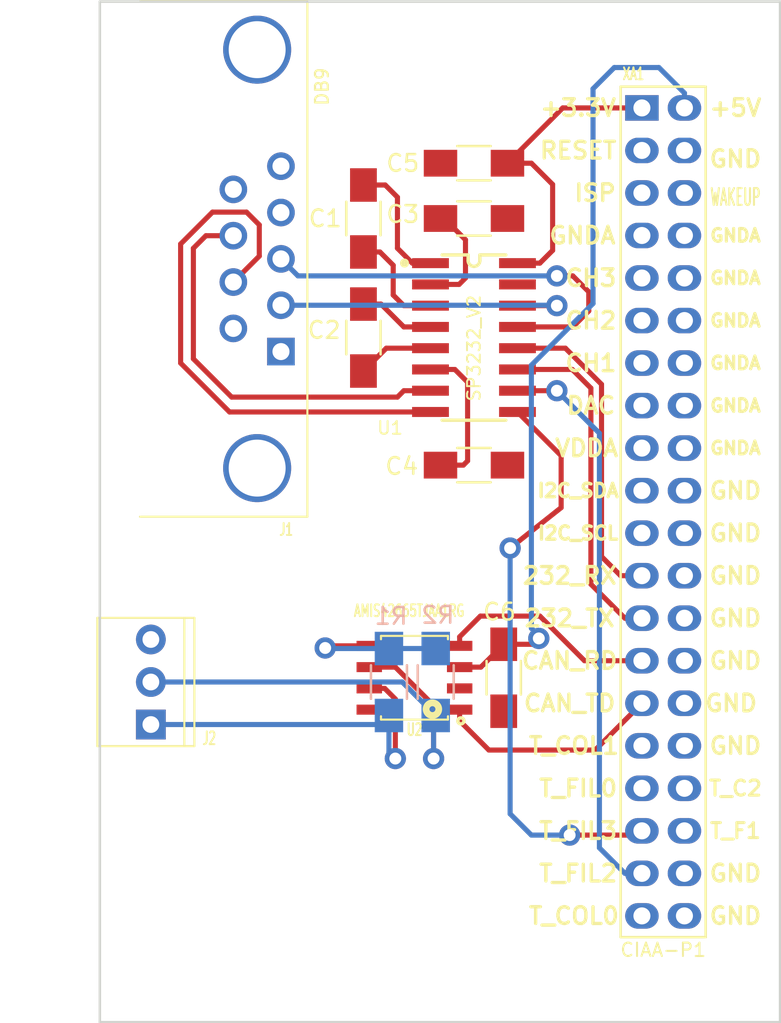
<source format=kicad_pcb>
(kicad_pcb (version 4) (host pcbnew 4.0.0-rc1-stable)

  (general
    (links 44)
    (no_connects 18)
    (area 71.298999 48.438999 112.089001 109.549001)
    (thickness 1.6)
    (drawings 4)
    (tracks 132)
    (zones 0)
    (modules 13)
    (nets 49)
  )

  (page A4)
  (layers
    (0 F.Cu signal)
    (31 B.Cu signal)
    (32 B.Adhes user)
    (33 F.Adhes user)
    (34 B.Paste user)
    (35 F.Paste user)
    (36 B.SilkS user)
    (37 F.SilkS user)
    (38 B.Mask user)
    (39 F.Mask user)
    (40 Dwgs.User user)
    (41 Cmts.User user)
    (42 Eco1.User user)
    (43 Eco2.User user)
    (44 Edge.Cuts user)
    (45 Margin user)
    (46 B.CrtYd user)
    (47 F.CrtYd user)
    (48 B.Fab user)
    (49 F.Fab user)
  )

  (setup
    (last_trace_width 0.3048)
    (trace_clearance 0.3048)
    (zone_clearance 0.508)
    (zone_45_only no)
    (trace_min 0.2)
    (segment_width 0.2)
    (edge_width 0.15)
    (via_size 1.27)
    (via_drill 0.7112)
    (via_min_size 0.4)
    (via_min_drill 0.3)
    (uvia_size 0.3)
    (uvia_drill 0.1)
    (uvias_allowed no)
    (uvia_min_size 0.2)
    (uvia_min_drill 0.1)
    (pcb_text_width 0.3)
    (pcb_text_size 1.5 1.5)
    (mod_edge_width 0.15)
    (mod_text_size 1 1)
    (mod_text_width 0.15)
    (pad_size 1.524 1.524)
    (pad_drill 0.762)
    (pad_to_mask_clearance 0.2)
    (aux_axis_origin 0 0)
    (visible_elements FFFEFF7F)
    (pcbplotparams
      (layerselection 0x00030_80000001)
      (usegerberextensions false)
      (excludeedgelayer true)
      (linewidth 0.100000)
      (plotframeref false)
      (viasonmask false)
      (mode 1)
      (useauxorigin false)
      (hpglpennumber 1)
      (hpglpenspeed 20)
      (hpglpendiameter 15)
      (hpglpenoverlay 2)
      (psnegative false)
      (psa4output false)
      (plotreference true)
      (plotvalue true)
      (plotinvisibletext false)
      (padsonsilk false)
      (subtractmaskfromsilk false)
      (outputformat 1)
      (mirror false)
      (drillshape 1)
      (scaleselection 1)
      (outputdirectory ""))
  )

  (net 0 "")
  (net 1 "Net-(C1-Pad1)")
  (net 2 "Net-(C1-Pad2)")
  (net 3 "Net-(C2-Pad1)")
  (net 4 "Net-(C2-Pad2)")
  (net 5 GND)
  (net 6 "Net-(C3-Pad2)")
  (net 7 "Net-(C4-Pad2)")
  (net 8 +3.3V)
  (net 9 "Net-(J1-Pad1)")
  (net 10 "Net-(J1-Pad2)")
  (net 11 "Net-(J1-Pad3)")
  (net 12 "Net-(J1-Pad4)")
  (net 13 "Net-(J1-Pad6)")
  (net 14 "Net-(J1-Pad7)")
  (net 15 "Net-(J1-Pad8)")
  (net 16 "Net-(J1-Pad9)")
  (net 17 "/Conector y Can/CAN_P")
  (net 18 "/Conector y Can/CAN_N")
  (net 19 "Net-(R1-Pad2)")
  (net 20 "/Conector y Can/RTS")
  (net 21 "/Conector y Can/CTS")
  (net 22 "/Conector y Can/RXD")
  (net 23 "/Conector y Can/TXD")
  (net 24 "/Conector y Can/CAN_TX")
  (net 25 "/Conector y Can/CAN_RX")
  (net 26 +5V)
  (net 27 "Net-(XA1-Pad11)")
  (net 28 "Net-(XA1-Pad13)")
  (net 29 "Net-(XA1-Pad6)")
  (net 30 "Net-(XA1-Pad15)")
  (net 31 "Net-(XA1-Pad8)")
  (net 32 "Net-(XA1-Pad17)")
  (net 33 "Net-(XA1-Pad10)")
  (net 34 "Net-(XA1-Pad19)")
  (net 35 "Net-(XA1-Pad12)")
  (net 36 "Net-(XA1-Pad21)")
  (net 37 "Net-(XA1-Pad14)")
  (net 38 "Net-(XA1-Pad16)")
  (net 39 "Net-(XA1-Pad18)")
  (net 40 "Net-(XA1-Pad31)")
  (net 41 "Net-(XA1-Pad33)")
  (net 42 "Net-(XA1-Pad34)")
  (net 43 "Net-(XA1-Pad36)")
  (net 44 "Net-(XA1-Pad3)")
  (net 45 "Net-(XA1-Pad5)")
  (net 46 "Net-(XA1-Pad7)")
  (net 47 "Net-(XA1-Pad9)")
  (net 48 "Net-(XA1-Pad39)")

  (net_class Default "This is the default net class."
    (clearance 0.3048)
    (trace_width 0.3048)
    (via_dia 1.27)
    (via_drill 0.7112)
    (uvia_dia 0.3)
    (uvia_drill 0.1)
    (add_net +3.3V)
    (add_net +5V)
    (add_net "/Conector y Can/CAN_N")
    (add_net "/Conector y Can/CAN_P")
    (add_net "/Conector y Can/CAN_RX")
    (add_net "/Conector y Can/CAN_TX")
    (add_net "/Conector y Can/CTS")
    (add_net "/Conector y Can/RTS")
    (add_net "/Conector y Can/RXD")
    (add_net "/Conector y Can/TXD")
    (add_net GND)
    (add_net "Net-(C1-Pad1)")
    (add_net "Net-(C1-Pad2)")
    (add_net "Net-(C2-Pad1)")
    (add_net "Net-(C2-Pad2)")
    (add_net "Net-(C3-Pad2)")
    (add_net "Net-(C4-Pad2)")
    (add_net "Net-(J1-Pad1)")
    (add_net "Net-(J1-Pad2)")
    (add_net "Net-(J1-Pad3)")
    (add_net "Net-(J1-Pad4)")
    (add_net "Net-(J1-Pad6)")
    (add_net "Net-(J1-Pad7)")
    (add_net "Net-(J1-Pad8)")
    (add_net "Net-(J1-Pad9)")
    (add_net "Net-(R1-Pad2)")
    (add_net "Net-(XA1-Pad10)")
    (add_net "Net-(XA1-Pad11)")
    (add_net "Net-(XA1-Pad12)")
    (add_net "Net-(XA1-Pad13)")
    (add_net "Net-(XA1-Pad14)")
    (add_net "Net-(XA1-Pad15)")
    (add_net "Net-(XA1-Pad16)")
    (add_net "Net-(XA1-Pad17)")
    (add_net "Net-(XA1-Pad18)")
    (add_net "Net-(XA1-Pad19)")
    (add_net "Net-(XA1-Pad21)")
    (add_net "Net-(XA1-Pad3)")
    (add_net "Net-(XA1-Pad31)")
    (add_net "Net-(XA1-Pad33)")
    (add_net "Net-(XA1-Pad34)")
    (add_net "Net-(XA1-Pad36)")
    (add_net "Net-(XA1-Pad39)")
    (add_net "Net-(XA1-Pad5)")
    (add_net "Net-(XA1-Pad6)")
    (add_net "Net-(XA1-Pad7)")
    (add_net "Net-(XA1-Pad8)")
    (add_net "Net-(XA1-Pad9)")
  )

  (module ej2:DB9_F_TH (layer F.Cu) (tedit 565EE58E) (tstamp 565E0076)
    (at 80.772 63.881 90)
    (path /565DDBC1/565DECDB)
    (fp_text reference J1 (at -16.165 1.735 180) (layer F.SilkS)
      (effects (font (size 0.7112 0.4572) (thickness 0.1143)))
    )
    (fp_text value DB9 (at 10.287 3.8735 90) (layer F.SilkS)
      (effects (font (size 0.762 0.762) (thickness 0.127)))
    )
    (fp_line (start 15.4 3) (end 15.4 -7) (layer F.SilkS) (width 0.127))
    (fp_line (start 15.4 -9.5) (end 15.4 -7) (layer Dwgs.User) (width 0.127))
    (fp_line (start -15.4 3) (end -15.4 -7) (layer F.SilkS) (width 0.127))
    (fp_line (start -15.4 -9.5) (end -15.4 -7) (layer Dwgs.User) (width 0.127))
    (fp_line (start -15.4 -9.1) (end 15.4 -9.1) (layer Dwgs.User) (width 0.127))
    (fp_arc (start -14.2 -14.3) (end -14.2 -14.5) (angle 90) (layer Dwgs.User) (width 0.127))
    (fp_arc (start -13.8 -14.3) (end -14 -14.3) (angle 90) (layer Dwgs.User) (width 0.127))
    (fp_arc (start -10.8 -14.3) (end -11 -14.3) (angle 90) (layer Dwgs.User) (width 0.127))
    (fp_arc (start -11.2 -14.3) (end -11.2 -14.5) (angle 90) (layer Dwgs.User) (width 0.127))
    (fp_arc (start 11.2 -14.3) (end 11 -14.3) (angle 90) (layer Dwgs.User) (width 0.127))
    (fp_arc (start 10.8 -14.3) (end 10.8 -14.5) (angle 90) (layer Dwgs.User) (width 0.127))
    (fp_arc (start 14.2 -14.3) (end 14 -14.3) (angle 90) (layer Dwgs.User) (width 0.127))
    (fp_arc (start 13.8 -14.3) (end 13.8 -14.5) (angle 90) (layer Dwgs.User) (width 0.127))
    (fp_line (start 10 -14.1) (end 10 -9.5) (layer Dwgs.User) (width 0.127))
    (fp_line (start 15 -14.1) (end 15 -9.5) (layer Dwgs.User) (width 0.127))
    (fp_line (start 10.4 -14.5) (end 14.6 -14.5) (layer Dwgs.User) (width 0.127))
    (fp_line (start -15 -14.1) (end -15 -9.5) (layer Dwgs.User) (width 0.127))
    (fp_line (start -10 -14.1) (end -10 -9.5) (layer Dwgs.User) (width 0.127))
    (fp_line (start -14.6 -14.5) (end -10.4 -14.5) (layer Dwgs.User) (width 0.127))
    (fp_arc (start -14.6 -14.1) (end -15 -14.1) (angle 90) (layer Dwgs.User) (width 0.127))
    (fp_arc (start -10.4 -14.1) (end -10.4 -14.5) (angle 90) (layer Dwgs.User) (width 0.127))
    (fp_arc (start 10.4 -14.1) (end 10 -14.1) (angle 90) (layer Dwgs.User) (width 0.127))
    (fp_arc (start 14.6 -14.1) (end 14.6 -14.5) (angle 90) (layer Dwgs.User) (width 0.127))
    (fp_line (start 14 -14.5) (end 14 -9.5) (layer Dwgs.User) (width 0.127))
    (fp_line (start 11 -14.5) (end 11 -9.5) (layer Dwgs.User) (width 0.127))
    (fp_line (start -11 -14.5) (end -11 -9.5) (layer Dwgs.User) (width 0.127))
    (fp_line (start -14 -14.5) (end -14 -9.5) (layer Dwgs.User) (width 0.127))
    (fp_line (start 7.8 -15.3) (end -7.8 -15.3) (layer Dwgs.User) (width 0.127))
    (fp_line (start 8.2 -14.9) (end 8.2 -9.5) (layer Dwgs.User) (width 0.127))
    (fp_line (start -8.2 -14.9) (end -8.2 -9.5) (layer Dwgs.User) (width 0.127))
    (fp_arc (start -7.8 -14.9) (end -8.2 -14.9) (angle 90) (layer Dwgs.User) (width 0.127))
    (fp_arc (start 7.8 -14.9) (end 7.8 -15.3) (angle 90) (layer Dwgs.User) (width 0.127))
    (fp_line (start 15.4 3) (end -15.4 3) (layer F.SilkS) (width 0.127))
    (fp_line (start -15.4 -9.5) (end 15.4 -9.5) (layer Dwgs.User) (width 0.127))
    (pad 1 thru_hole rect (at -5.5372 1.4224 90) (size 1.651 1.651) (drill 1.016) (layers *.Cu *.Mask)
      (net 9 "Net-(J1-Pad1)"))
    (pad 2 thru_hole circle (at -2.7686 1.4224 90) (size 1.651 1.651) (drill 1.016) (layers *.Cu *.Mask)
      (net 10 "Net-(J1-Pad2)"))
    (pad 3 thru_hole circle (at 0 1.4224 90) (size 1.651 1.651) (drill 1.016) (layers *.Cu *.Mask)
      (net 11 "Net-(J1-Pad3)"))
    (pad 4 thru_hole circle (at 2.7686 1.4224 90) (size 1.651 1.651) (drill 1.016) (layers *.Cu *.Mask)
      (net 12 "Net-(J1-Pad4)"))
    (pad 5 thru_hole circle (at 5.5372 1.4224 90) (size 1.651 1.651) (drill 1.016) (layers *.Cu *.Mask)
      (net 5 GND))
    (pad 6 thru_hole circle (at -4.1529 -1.4224 90) (size 1.651 1.651) (drill 1.016) (layers *.Cu *.Mask)
      (net 13 "Net-(J1-Pad6)"))
    (pad 7 thru_hole circle (at -1.3843 -1.4224 90) (size 1.651 1.651) (drill 1.016) (layers *.Cu *.Mask)
      (net 14 "Net-(J1-Pad7)"))
    (pad 8 thru_hole circle (at 1.3843 -1.4224 90) (size 1.651 1.651) (drill 1.016) (layers *.Cu *.Mask)
      (net 15 "Net-(J1-Pad8)"))
    (pad 9 thru_hole circle (at 4.1529 -1.4224 90) (size 1.651 1.651) (drill 1.016) (layers *.Cu *.Mask)
      (net 16 "Net-(J1-Pad9)"))
    (pad 10 thru_hole circle (at -12.4968 0 90) (size 4.064 4.064) (drill 3.4) (layers *.Cu *.Mask))
    (pad 11 thru_hole circle (at 12.4968 0 90) (size 4.064 4.064) (drill 3.4) (layers *.Cu *.Mask))
    (model ${KIPRJMOD}/ej2.3dshapes/db_9f.wrl
      (at (xyz 0 0.31 0))
      (scale (xyz 1 1.1 1))
      (rotate (xyz 0 0 180))
    )
  )

  (module ej2:CON_PALETA_3 (layer F.Cu) (tedit 565EE5EF) (tstamp 565E007D)
    (at 74.422 89.154 90)
    (path /565DDB9D/565DEEF1)
    (fp_text reference J2 (at -3.3655 3.4925 180) (layer F.SilkS)
      (effects (font (size 0.762 0.4572) (thickness 0.127)))
    )
    (fp_text value CAN (at 4.6355 0.254 180) (layer F.Fab)
      (effects (font (size 0.762 0.4572) (thickness 0.127)))
    )
    (fp_line (start 3.83 -3.2) (end 3.83 2.6) (layer F.SilkS) (width 0.127))
    (fp_line (start -3.83 -3.2) (end 3.83 -3.2) (layer F.SilkS) (width 0.127))
    (fp_line (start -3.83 2.6) (end -3.83 -3.2) (layer F.SilkS) (width 0.127))
    (fp_line (start 3.83 2.6) (end -3.83 2.6) (layer F.SilkS) (width 0.127))
    (fp_line (start 3.83 2) (end -3.83 2) (layer F.SilkS) (width 0.127))
    (pad 1 thru_hole rect (at -2.54 0 90) (size 1.778 1.778) (drill 1) (layers *.Cu *.Mask)
      (net 17 "/Conector y Can/CAN_P"))
    (pad 2 thru_hole circle (at 0 0 90) (size 1.778 1.778) (drill 1) (layers *.Cu *.Mask)
      (net 18 "/Conector y Can/CAN_N"))
    (pad 3 thru_hole circle (at 2.54 0 90) (size 1.778 1.778) (drill 1) (layers *.Cu *.Mask)
      (net 5 GND))
    (model ${KIPRJMOD}/ej2.3dshapes/CON_PALETA_3.wrl
      (at (xyz 0 0.012 0))
      (scale (xyz 0.395 0.395 0.395))
      (rotate (xyz 0 0 180))
    )
  )

  (module ej2:R_1206_HandSoldering (layer B.Cu) (tedit 565EE61F) (tstamp 565E0083)
    (at 88.646 89.154 90)
    (descr "Resistor SMD 1206, hand soldering")
    (tags "resistor 1206")
    (path /565DDB9D/565DEF68)
    (attr smd)
    (fp_text reference R1 (at 3.937 0.127 180) (layer B.SilkS)
      (effects (font (size 1 1) (thickness 0.15)) (justify mirror))
    )
    (fp_text value 60 (at 0 -2.3 90) (layer B.Fab)
      (effects (font (size 1 1) (thickness 0.15)) (justify mirror))
    )
    (fp_line (start -3.3 1.2) (end 3.3 1.2) (layer B.CrtYd) (width 0.05))
    (fp_line (start -3.3 -1.2) (end 3.3 -1.2) (layer B.CrtYd) (width 0.05))
    (fp_line (start -3.3 1.2) (end -3.3 -1.2) (layer B.CrtYd) (width 0.05))
    (fp_line (start 3.3 1.2) (end 3.3 -1.2) (layer B.CrtYd) (width 0.05))
    (fp_line (start 1 -1.075) (end -1 -1.075) (layer B.SilkS) (width 0.15))
    (fp_line (start -1 1.075) (end 1 1.075) (layer B.SilkS) (width 0.15))
    (pad 1 smd rect (at -2 0 90) (size 2 1.7) (layers B.Cu B.Paste B.Mask)
      (net 17 "/Conector y Can/CAN_P"))
    (pad 2 smd rect (at 2 0 90) (size 2 1.7) (layers B.Cu B.Paste B.Mask)
      (net 19 "Net-(R1-Pad2)"))
    (model Resistors_SMD.3dshapes/R_1206_HandSoldering.wrl
      (at (xyz 0 0 0))
      (scale (xyz 1 1 1))
      (rotate (xyz 0 0 0))
    )
  )

  (module ej2:R_1206_HandSoldering (layer B.Cu) (tedit 565EE628) (tstamp 565E0089)
    (at 91.44 89.154 270)
    (descr "Resistor SMD 1206, hand soldering")
    (tags "resistor 1206")
    (path /565DDB9D/565DEFF9)
    (attr smd)
    (fp_text reference R2 (at -4.0005 -0.127 360) (layer B.SilkS)
      (effects (font (size 1 1) (thickness 0.15)) (justify mirror))
    )
    (fp_text value 60 (at 0 -2.3 270) (layer B.Fab)
      (effects (font (size 1 1) (thickness 0.15)) (justify mirror))
    )
    (fp_line (start -3.3 1.2) (end 3.3 1.2) (layer B.CrtYd) (width 0.05))
    (fp_line (start -3.3 -1.2) (end 3.3 -1.2) (layer B.CrtYd) (width 0.05))
    (fp_line (start -3.3 1.2) (end -3.3 -1.2) (layer B.CrtYd) (width 0.05))
    (fp_line (start 3.3 1.2) (end 3.3 -1.2) (layer B.CrtYd) (width 0.05))
    (fp_line (start 1 -1.075) (end -1 -1.075) (layer B.SilkS) (width 0.15))
    (fp_line (start -1 1.075) (end 1 1.075) (layer B.SilkS) (width 0.15))
    (pad 1 smd rect (at -2 0 270) (size 2 1.7) (layers B.Cu B.Paste B.Mask)
      (net 19 "Net-(R1-Pad2)"))
    (pad 2 smd rect (at 2 0 270) (size 2 1.7) (layers B.Cu B.Paste B.Mask)
      (net 18 "/Conector y Can/CAN_N"))
    (model Resistors_SMD.3dshapes/R_1206_HandSoldering.wrl
      (at (xyz 0 0 0))
      (scale (xyz 1 1 1))
      (rotate (xyz 0 0 0))
    )
  )

  (module ej2:SP3232ECN-SOIC16N (layer F.Cu) (tedit 565EE5C0) (tstamp 565E009D)
    (at 93.726 68.58 270)
    (descr "SMALL OUTLINE INTEGRATED CIRCUIT")
    (tags "SMALL OUTLINE INTEGRATED CIRCUIT")
    (path /565DDBC1/565DE92E)
    (attr smd)
    (fp_text reference U1 (at 5.3975 5.0165 360) (layer F.SilkS)
      (effects (font (size 0.762 0.762) (thickness 0.1143)))
    )
    (fp_text value SP3232_V2 (at 0.635 0 270) (layer F.SilkS)
      (effects (font (size 0.762 0.762) (thickness 0.1143)))
    )
    (fp_line (start -4.6 0.35) (end -4.9 0.35) (layer F.SilkS) (width 0.2032))
    (fp_line (start -4.6 -0.35) (end -4.9 -0.35) (layer F.SilkS) (width 0.2032))
    (fp_arc (start -4.6 0) (end -4.6 -0.35) (angle 180) (layer F.SilkS) (width 0.2032))
    (fp_circle (center -4.45 4.15) (end -4.35 4.05) (layer F.SilkS) (width 0.254))
    (fp_line (start -4.93776 1.89992) (end -4.93776 0.35) (layer F.SilkS) (width 0.2032))
    (fp_line (start -4.93776 -0.35) (end -4.93776 -1.89992) (layer F.SilkS) (width 0.2032))
    (fp_line (start 4.93776 -1.89992) (end 4.93776 1.39954) (layer F.SilkS) (width 0.2032))
    (fp_line (start 4.93776 1.39954) (end 4.93776 1.89992) (layer F.SilkS) (width 0.2032))
    (pad 1 smd rect (at -4.445 2.59842 270) (size 0.59944 2.19964) (layers F.Cu F.Paste F.Mask)
      (net 1 "Net-(C1-Pad1)"))
    (pad 2 smd rect (at -3.175 2.59842 270) (size 0.59944 2.19964) (layers F.Cu F.Paste F.Mask)
      (net 6 "Net-(C3-Pad2)"))
    (pad 3 smd rect (at -1.905 2.59842 270) (size 0.59944 2.19964) (layers F.Cu F.Paste F.Mask)
      (net 2 "Net-(C1-Pad2)"))
    (pad 4 smd rect (at -0.635 2.59842 270) (size 0.59944 2.19964) (layers F.Cu F.Paste F.Mask)
      (net 3 "Net-(C2-Pad1)"))
    (pad 5 smd rect (at 0.635 2.59842 270) (size 0.59944 2.19964) (layers F.Cu F.Paste F.Mask)
      (net 4 "Net-(C2-Pad2)"))
    (pad 6 smd rect (at 1.905 2.59842 270) (size 0.59944 2.19964) (layers F.Cu F.Paste F.Mask)
      (net 7 "Net-(C4-Pad2)"))
    (pad 7 smd rect (at 3.175 2.59842 270) (size 0.59944 2.19964) (layers F.Cu F.Paste F.Mask)
      (net 15 "Net-(J1-Pad8)"))
    (pad 8 smd rect (at 4.445 2.59842 270) (size 0.59944 2.19964) (layers F.Cu F.Paste F.Mask)
      (net 14 "Net-(J1-Pad7)"))
    (pad 9 smd rect (at 4.445 -2.59842 270) (size 0.59944 2.19964) (layers F.Cu F.Paste F.Mask)
      (net 20 "/Conector y Can/RTS"))
    (pad 10 smd rect (at 3.175 -2.59842 270) (size 0.59944 2.19964) (layers F.Cu F.Paste F.Mask)
      (net 21 "/Conector y Can/CTS"))
    (pad 11 smd rect (at 1.905 -2.59842 270) (size 0.59944 2.19964) (layers F.Cu F.Paste F.Mask)
      (net 22 "/Conector y Can/RXD"))
    (pad 12 smd rect (at 0.635 -2.59842 270) (size 0.59944 2.19964) (layers F.Cu F.Paste F.Mask)
      (net 23 "/Conector y Can/TXD"))
    (pad 13 smd rect (at -0.635 -2.59842 270) (size 0.59944 2.19964) (layers F.Cu F.Paste F.Mask)
      (net 11 "Net-(J1-Pad3)"))
    (pad 14 smd rect (at -1.905 -2.59842 270) (size 0.59944 2.19964) (layers F.Cu F.Paste F.Mask)
      (net 10 "Net-(J1-Pad2)"))
    (pad 15 smd rect (at -3.175 -2.59842 270) (size 0.59944 2.19964) (layers F.Cu F.Paste F.Mask)
      (net 5 GND))
    (pad 16 smd rect (at -4.445 -2.59842 270) (size 0.59944 2.19964) (layers F.Cu F.Paste F.Mask)
      (net 8 +3.3V))
    (model ${KIPRJMOD}/ej2.3dshapes/so-16.wrl
      (at (xyz 0 0 0))
      (scale (xyz 1 1 1))
      (rotate (xyz 0 0 0))
    )
  )

  (module ej2:SOIC-8 (layer F.Cu) (tedit 565EE5C6) (tstamp 565E00A9)
    (at 90.17 88.9 180)
    (descr SO-8)
    (path /565DDB9D/565DF9CA)
    (fp_text reference U2 (at 0 -3.1 180) (layer F.SilkS)
      (effects (font (size 0.7112 0.4572) (thickness 0.1143)))
    )
    (fp_text value AMIS42665TJAA1RG (at 0.3175 4.0005 180) (layer F.SilkS)
      (effects (font (size 0.7112 0.4572) (thickness 0.1143)))
    )
    (fp_line (start -2 -2.5) (end -2 -2.3) (layer F.SilkS) (width 0.127))
    (fp_line (start -2 2.5) (end -2 2.3) (layer F.SilkS) (width 0.127))
    (fp_line (start 2 2.5) (end 2 2.3) (layer F.SilkS) (width 0.127))
    (fp_line (start 2 -2.5) (end 2 -2.3) (layer F.SilkS) (width 0.127))
    (fp_circle (center -2.7746 -2.5764) (end -2.8 -2.5) (layer F.SilkS) (width 0.2032))
    (fp_line (start 2 -2.5) (end -2 -2.5) (layer F.SilkS) (width 0.127))
    (fp_line (start -2 2.5) (end 2 2.5) (layer F.SilkS) (width 0.127))
    (fp_circle (center -1.0746 -1.8764) (end -1.1 -1.7) (layer F.SilkS) (width 0.4))
    (pad 1 smd rect (at -2.7 -1.905 90) (size 0.6 1.52) (layers F.Cu F.Paste F.Mask)
      (net 24 "/Conector y Can/CAN_TX"))
    (pad 2 smd rect (at -2.7 -0.635 90) (size 0.6 1.52) (layers F.Cu F.Paste F.Mask)
      (net 5 GND))
    (pad 3 smd rect (at -2.7 0.635 90) (size 0.6 1.52) (layers F.Cu F.Paste F.Mask)
      (net 26 +5V))
    (pad 4 smd rect (at -2.7 1.905 90) (size 0.6 1.52) (layers F.Cu F.Paste F.Mask)
      (net 25 "/Conector y Can/CAN_RX"))
    (pad 5 smd rect (at 2.7 1.905 90) (size 0.6 1.52) (layers F.Cu F.Paste F.Mask)
      (net 19 "Net-(R1-Pad2)"))
    (pad 6 smd rect (at 2.7 0.635 90) (size 0.6 1.52) (layers F.Cu F.Paste F.Mask)
      (net 18 "/Conector y Can/CAN_N"))
    (pad 7 smd rect (at 2.7 -0.635 90) (size 0.6 1.52) (layers F.Cu F.Paste F.Mask)
      (net 17 "/Conector y Can/CAN_P"))
    (pad 8 smd rect (at 2.7 -1.905 90) (size 0.6 1.52) (layers F.Cu F.Paste F.Mask)
      (net 5 GND))
    (model ${KIPRJMOD}/ej2.3dshapes/so-8.wrl
      (at (xyz 0 0 0))
      (scale (xyz 1 1 1))
      (rotate (xyz 0 0 90))
    )
  )

  (module ej2:Conn_Poncho_Derecha locked (layer F.Cu) (tedit 565779F5) (tstamp 565E00D5)
    (at 103.759 54.864)
    (tags "CONN Poncho")
    (path /565DDB9D/565DEDF5)
    (fp_text reference XA1 (at -0.508 -2.032) (layer F.SilkS)
      (effects (font (size 0.7112 0.4572) (thickness 0.1143)))
    )
    (fp_text value Conn_Poncho2P_2x_20x2 (at -1.905 51.181) (layer F.SilkS) hide
      (effects (font (size 0.7112 0.4572) (thickness 0.1143)))
    )
    (fp_text user GND (at 5.588 48.26) (layer F.SilkS)
      (effects (font (size 1 1) (thickness 0.2)))
    )
    (fp_text user GND (at 5.588 45.72) (layer F.SilkS)
      (effects (font (size 1 1) (thickness 0.2)))
    )
    (fp_text user T_F1 (at 5.588 43.18) (layer F.SilkS)
      (effects (font (size 0.9 0.9) (thickness 0.18)))
    )
    (fp_text user T_C2 (at 5.588 40.64) (layer F.SilkS)
      (effects (font (size 0.9 0.9) (thickness 0.18)))
    )
    (fp_text user GND (at 5.588 38.1) (layer F.SilkS)
      (effects (font (size 1 1) (thickness 0.2)))
    )
    (fp_text user GND (at 5.334 35.56) (layer F.SilkS)
      (effects (font (size 1 1) (thickness 0.2)))
    )
    (fp_text user GND (at 5.588 33.02) (layer F.SilkS)
      (effects (font (size 1 1) (thickness 0.2)))
    )
    (fp_text user GND (at 5.588 30.48) (layer F.SilkS)
      (effects (font (size 1 1) (thickness 0.2)))
    )
    (fp_text user GND (at 5.588 27.94) (layer F.SilkS)
      (effects (font (size 1 1) (thickness 0.2)))
    )
    (fp_text user GND (at 5.588 25.4) (layer F.SilkS)
      (effects (font (size 1 1) (thickness 0.2)))
    )
    (fp_text user GND (at 5.588 22.86) (layer F.SilkS)
      (effects (font (size 1 1) (thickness 0.2)))
    )
    (fp_text user GNDA (at 5.588 20.32) (layer F.SilkS)
      (effects (font (size 0.76 0.76) (thickness 0.19)))
    )
    (fp_text user GNDA (at 5.588 17.78) (layer F.SilkS)
      (effects (font (size 0.76 0.76) (thickness 0.19)))
    )
    (fp_text user GNDA (at 5.588 15.24) (layer F.SilkS)
      (effects (font (size 0.76 0.76) (thickness 0.19)))
    )
    (fp_text user GNDA (at 5.588 12.7) (layer F.SilkS)
      (effects (font (size 0.76 0.76) (thickness 0.19)))
    )
    (fp_text user GNDA (at 5.588 10.16) (layer F.SilkS)
      (effects (font (size 0.76 0.76) (thickness 0.19)))
    )
    (fp_text user GNDA (at 5.588 7.62) (layer F.SilkS)
      (effects (font (size 0.76 0.76) (thickness 0.19)))
    )
    (fp_text user WAKEUP (at 5.588 5.334) (layer F.SilkS)
      (effects (font (size 1 0.5) (thickness 0.125)))
    )
    (fp_text user GND (at 5.588 3.048) (layer F.SilkS)
      (effects (font (size 1 1) (thickness 0.2)))
    )
    (fp_text user +5V (at 5.588 0) (layer F.SilkS)
      (effects (font (size 1 1) (thickness 0.2)))
    )
    (fp_text user T_COL0 (at -4.064 48.26) (layer F.SilkS)
      (effects (font (size 1 1) (thickness 0.2)))
    )
    (fp_text user T_FIL2 (at -3.81 45.72) (layer F.SilkS)
      (effects (font (size 1 1) (thickness 0.2)))
    )
    (fp_text user T_FIL3 (at -3.81 43.18) (layer F.SilkS)
      (effects (font (size 1 1) (thickness 0.2)))
    )
    (fp_text user T_FIL0 (at -3.81 40.64) (layer F.SilkS)
      (effects (font (size 1 1) (thickness 0.2)))
    )
    (fp_text user T_COL1 (at -4.064 38.1) (layer F.SilkS)
      (effects (font (size 1 1) (thickness 0.2)))
    )
    (fp_text user CAN_TD (at -4.318 35.56) (layer F.SilkS)
      (effects (font (size 1 1) (thickness 0.2)))
    )
    (fp_text user CAN_RD (at -4.318 33.02) (layer F.SilkS)
      (effects (font (size 1 1) (thickness 0.2)))
    )
    (fp_text user 232_TX (at -4.318 30.48) (layer F.SilkS)
      (effects (font (size 1 1) (thickness 0.2)))
    )
    (fp_text user 232_RX (at -4.318 27.94) (layer F.SilkS)
      (effects (font (size 1 1) (thickness 0.2)))
    )
    (fp_text user I2C_SCL (at -3.81 25.4) (layer F.SilkS)
      (effects (font (size 0.8 0.8) (thickness 0.2)))
    )
    (fp_text user I2C_SDA (at -3.81 22.86) (layer F.SilkS)
      (effects (font (size 0.8 0.8) (thickness 0.2)))
    )
    (fp_text user VDDA (at -3.302 20.32) (layer F.SilkS)
      (effects (font (size 1 1) (thickness 0.2)))
    )
    (fp_text user DAC (at -3.048 17.78) (layer F.SilkS)
      (effects (font (size 1 1) (thickness 0.2)))
    )
    (fp_text user CH1 (at -3.048 15.24) (layer F.SilkS)
      (effects (font (size 1 1) (thickness 0.2)))
    )
    (fp_text user CH2 (at -3.048 12.7) (layer F.SilkS)
      (effects (font (size 1 1) (thickness 0.2)))
    )
    (fp_text user CH3 (at -3.048 10.16) (layer F.SilkS)
      (effects (font (size 1 1) (thickness 0.2)))
    )
    (fp_text user GNDA (at -3.556 7.62) (layer F.SilkS)
      (effects (font (size 1 1) (thickness 0.2)))
    )
    (fp_text user ISP (at -2.794 5.08) (layer F.SilkS)
      (effects (font (size 1 1) (thickness 0.2)))
    )
    (fp_text user RESET (at -3.81 2.54) (layer F.SilkS)
      (effects (font (size 1 1) (thickness 0.2)))
    )
    (fp_text user CIAA-P1 (at 1.27 50.292) (layer F.SilkS)
      (effects (font (size 0.8 0.8) (thickness 0.12)))
    )
    (fp_text user +3.3V (at -3.81 0) (layer F.SilkS)
      (effects (font (size 1 1) (thickness 0.2)))
    )
    (fp_line (start -1.27 49.53) (end -1.27 -1.27) (layer F.SilkS) (width 0.15))
    (fp_line (start 3.81 49.53) (end 3.81 -1.27) (layer F.SilkS) (width 0.15))
    (fp_line (start 3.81 49.53) (end -1.27 49.53) (layer F.SilkS) (width 0.15))
    (fp_line (start 3.81 -1.27) (end -1.27 -1.27) (layer F.SilkS) (width 0.15))
    (pad 1 thru_hole rect (at 0 0 270) (size 1.524 2) (drill 1.016) (layers *.Cu *.Mask)
      (net 8 +3.3V))
    (pad 2 thru_hole oval (at 2.54 0 270) (size 1.524 2) (drill 1.016) (layers *.Cu *.Mask)
      (net 26 +5V))
    (pad 11 thru_hole oval (at 0 12.7 270) (size 1.524 2) (drill 1.016) (layers *.Cu *.Mask)
      (net 27 "Net-(XA1-Pad11)"))
    (pad 4 thru_hole oval (at 2.54 2.54 270) (size 1.524 2) (drill 1.016) (layers *.Cu *.Mask)
      (net 5 GND))
    (pad 13 thru_hole oval (at 0 15.24 270) (size 1.524 2) (drill 1.016) (layers *.Cu *.Mask)
      (net 28 "Net-(XA1-Pad13)"))
    (pad 6 thru_hole oval (at 2.54 5.08 270) (size 1.524 2) (drill 1.016) (layers *.Cu *.Mask)
      (net 29 "Net-(XA1-Pad6)"))
    (pad 15 thru_hole oval (at 0 17.78 270) (size 1.524 2) (drill 1.016) (layers *.Cu *.Mask)
      (net 30 "Net-(XA1-Pad15)"))
    (pad 8 thru_hole oval (at 2.54 7.62 270) (size 1.524 2) (drill 1.016) (layers *.Cu *.Mask)
      (net 31 "Net-(XA1-Pad8)"))
    (pad 17 thru_hole oval (at 0 20.32 270) (size 1.524 2) (drill 1.016) (layers *.Cu *.Mask)
      (net 32 "Net-(XA1-Pad17)"))
    (pad 10 thru_hole oval (at 2.54 10.16 270) (size 1.524 2) (drill 1.016) (layers *.Cu *.Mask)
      (net 33 "Net-(XA1-Pad10)"))
    (pad 19 thru_hole oval (at 0 22.86 270) (size 1.524 2) (drill 1.016) (layers *.Cu *.Mask)
      (net 34 "Net-(XA1-Pad19)"))
    (pad 12 thru_hole oval (at 2.54 12.7 270) (size 1.524 2) (drill 1.016) (layers *.Cu *.Mask)
      (net 35 "Net-(XA1-Pad12)"))
    (pad 21 thru_hole oval (at 0 25.4 270) (size 1.524 2) (drill 1.016) (layers *.Cu *.Mask)
      (net 36 "Net-(XA1-Pad21)"))
    (pad 14 thru_hole oval (at 2.54 15.24 270) (size 1.524 2) (drill 1.016) (layers *.Cu *.Mask)
      (net 37 "Net-(XA1-Pad14)"))
    (pad 23 thru_hole oval (at 0 27.94 270) (size 1.524 2) (drill 1.016) (layers *.Cu *.Mask)
      (net 23 "/Conector y Can/TXD"))
    (pad 16 thru_hole oval (at 2.54 17.78 270) (size 1.524 2) (drill 1.016) (layers *.Cu *.Mask)
      (net 38 "Net-(XA1-Pad16)"))
    (pad 25 thru_hole oval (at 0 30.48 270) (size 1.524 2) (drill 1.016) (layers *.Cu *.Mask)
      (net 22 "/Conector y Can/RXD"))
    (pad 18 thru_hole oval (at 2.54 20.32 270) (size 1.524 2) (drill 1.016) (layers *.Cu *.Mask)
      (net 39 "Net-(XA1-Pad18)"))
    (pad 27 thru_hole oval (at 0 33.02 270) (size 1.524 2) (drill 1.016) (layers *.Cu *.Mask)
      (net 25 "/Conector y Can/CAN_RX"))
    (pad 20 thru_hole oval (at 2.54 22.86 270) (size 1.524 2) (drill 1.016) (layers *.Cu *.Mask)
      (net 5 GND))
    (pad 29 thru_hole oval (at 0 35.56 270) (size 1.524 2) (drill 1.016) (layers *.Cu *.Mask)
      (net 24 "/Conector y Can/CAN_TX"))
    (pad 22 thru_hole oval (at 2.54 25.4 270) (size 1.524 2) (drill 1.016) (layers *.Cu *.Mask)
      (net 5 GND))
    (pad 31 thru_hole oval (at 0 38.1 270) (size 1.524 2) (drill 1.016) (layers *.Cu *.Mask)
      (net 40 "Net-(XA1-Pad31)"))
    (pad 24 thru_hole oval (at 2.54 27.94 270) (size 1.524 2) (drill 1.016) (layers *.Cu *.Mask)
      (net 5 GND))
    (pad 26 thru_hole oval (at 2.54 30.48 270) (size 1.524 2) (drill 1.016) (layers *.Cu *.Mask)
      (net 5 GND))
    (pad 33 thru_hole oval (at 0 40.64 270) (size 1.524 2) (drill 1.016) (layers *.Cu *.Mask)
      (net 41 "Net-(XA1-Pad33)"))
    (pad 28 thru_hole oval (at 2.54 33.02 270) (size 1.524 2) (drill 1.016) (layers *.Cu *.Mask)
      (net 5 GND))
    (pad 32 thru_hole oval (at 2.54 38.1 270) (size 1.524 2) (drill 1.016) (layers *.Cu *.Mask)
      (net 5 GND))
    (pad 34 thru_hole oval (at 2.54 40.64 270) (size 1.524 2) (drill 1.016) (layers *.Cu *.Mask)
      (net 42 "Net-(XA1-Pad34)"))
    (pad 36 thru_hole oval (at 2.54 43.18 270) (size 1.524 2) (drill 1.016) (layers *.Cu *.Mask)
      (net 43 "Net-(XA1-Pad36)"))
    (pad 38 thru_hole oval (at 2.54 45.72 270) (size 1.524 2) (drill 1.016) (layers *.Cu *.Mask)
      (net 5 GND))
    (pad 35 thru_hole oval (at 0 43.18 270) (size 1.524 2) (drill 1.016) (layers *.Cu *.Mask)
      (net 20 "/Conector y Can/RTS"))
    (pad 37 thru_hole oval (at 0 45.72 270) (size 1.524 2) (drill 1.016) (layers *.Cu *.Mask)
      (net 21 "/Conector y Can/CTS"))
    (pad 3 thru_hole oval (at 0 2.54 270) (size 1.524 2) (drill 1.016) (layers *.Cu *.Mask)
      (net 44 "Net-(XA1-Pad3)"))
    (pad 5 thru_hole oval (at 0 5.08 270) (size 1.524 2) (drill 1.016) (layers *.Cu *.Mask)
      (net 45 "Net-(XA1-Pad5)"))
    (pad 7 thru_hole oval (at 0 7.62 270) (size 1.524 2) (drill 1.016) (layers *.Cu *.Mask)
      (net 46 "Net-(XA1-Pad7)"))
    (pad 9 thru_hole oval (at 0 10.16 270) (size 1.524 2) (drill 1.016) (layers *.Cu *.Mask)
      (net 47 "Net-(XA1-Pad9)"))
    (pad 39 thru_hole oval (at 0 48.26 270) (size 1.524 2) (drill 1.016) (layers *.Cu *.Mask)
      (net 48 "Net-(XA1-Pad39)"))
    (pad 40 thru_hole oval (at 2.54 48.26 270) (size 1.524 2) (drill 1.016) (layers *.Cu *.Mask)
      (net 5 GND))
    (pad 30 thru_hole oval (at 2.54 35.56 270) (size 1.524 2) (drill 1.016) (layers *.Cu *.Mask)
      (net 5 GND))
    (model ${KIPRJMOD}/ej2.3dshapes/pin_strip_20x2.wrl
      (at (xyz 0.05 -0.95 -0.063))
      (scale (xyz 1 1 1))
      (rotate (xyz 180 0 90))
    )
  )

  (module ej2:C_1206_HandSoldering (layer F.Cu) (tedit 565EE593) (tstamp 565E0BB4)
    (at 87.122 61.468 270)
    (path /565DDBC1/565DEA13)
    (fp_text reference C1 (at 0 2.286 360) (layer F.SilkS)
      (effects (font (size 1 1) (thickness 0.15)))
    )
    (fp_text value 100nF (at 0 -2.54 270) (layer F.Fab) hide
      (effects (font (size 1 1) (thickness 0.15)))
    )
    (fp_line (start -3.3 -1.15) (end 3.3 -1.15) (layer F.CrtYd) (width 0.05))
    (fp_line (start 3.3 -1.15) (end 3.3 1.15) (layer F.CrtYd) (width 0.05))
    (fp_line (start 3.3 1.15) (end -3.3 1.15) (layer F.CrtYd) (width 0.05))
    (fp_line (start -3.3 1.15) (end -3.3 -1.15) (layer F.CrtYd) (width 0.05))
    (fp_line (start 1 1.025) (end -1 1.025) (layer F.SilkS) (width 0.15))
    (fp_line (start -1 -1.025) (end 1 -1.025) (layer F.SilkS) (width 0.15))
    (pad 1 smd rect (at -2 0 270) (size 2 1.6) (layers F.Cu F.Paste F.Mask)
      (net 1 "Net-(C1-Pad1)"))
    (pad 2 smd rect (at 2 0 270) (size 2 1.6) (layers F.Cu F.Paste F.Mask)
      (net 2 "Net-(C1-Pad2)"))
  )

  (module ej2:C_1206_HandSoldering (layer F.Cu) (tedit 565EE59B) (tstamp 565E0BBF)
    (at 87.122 68.58 270)
    (path /565DDBC1/565DEA7E)
    (fp_text reference C2 (at -0.4445 2.3495 360) (layer F.SilkS)
      (effects (font (size 1 1) (thickness 0.15)))
    )
    (fp_text value 100nF (at 0 -2.54 270) (layer F.Fab) hide
      (effects (font (size 1 1) (thickness 0.15)))
    )
    (fp_line (start -3.3 -1.15) (end 3.3 -1.15) (layer F.CrtYd) (width 0.05))
    (fp_line (start 3.3 -1.15) (end 3.3 1.15) (layer F.CrtYd) (width 0.05))
    (fp_line (start 3.3 1.15) (end -3.3 1.15) (layer F.CrtYd) (width 0.05))
    (fp_line (start -3.3 1.15) (end -3.3 -1.15) (layer F.CrtYd) (width 0.05))
    (fp_line (start 1 1.025) (end -1 1.025) (layer F.SilkS) (width 0.15))
    (fp_line (start -1 -1.025) (end 1 -1.025) (layer F.SilkS) (width 0.15))
    (pad 1 smd rect (at -2 0 270) (size 2 1.6) (layers F.Cu F.Paste F.Mask)
      (net 3 "Net-(C2-Pad1)"))
    (pad 2 smd rect (at 2 0 270) (size 2 1.6) (layers F.Cu F.Paste F.Mask)
      (net 4 "Net-(C2-Pad2)"))
  )

  (module ej2:C_1206_HandSoldering (layer F.Cu) (tedit 565EE583) (tstamp 565E0BCA)
    (at 93.726 61.468 180)
    (path /565DDBC1/565DEB94)
    (fp_text reference C3 (at 4.2545 0.254 360) (layer F.SilkS)
      (effects (font (size 1 1) (thickness 0.15)))
    )
    (fp_text value 100nF (at 0 -2.54 180) (layer F.Fab) hide
      (effects (font (size 1 1) (thickness 0.15)))
    )
    (fp_line (start -3.3 -1.15) (end 3.3 -1.15) (layer F.CrtYd) (width 0.05))
    (fp_line (start 3.3 -1.15) (end 3.3 1.15) (layer F.CrtYd) (width 0.05))
    (fp_line (start 3.3 1.15) (end -3.3 1.15) (layer F.CrtYd) (width 0.05))
    (fp_line (start -3.3 1.15) (end -3.3 -1.15) (layer F.CrtYd) (width 0.05))
    (fp_line (start 1 1.025) (end -1 1.025) (layer F.SilkS) (width 0.15))
    (fp_line (start -1 -1.025) (end 1 -1.025) (layer F.SilkS) (width 0.15))
    (pad 1 smd rect (at -2 0 180) (size 2 1.6) (layers F.Cu F.Paste F.Mask)
      (net 5 GND))
    (pad 2 smd rect (at 2 0 180) (size 2 1.6) (layers F.Cu F.Paste F.Mask)
      (net 6 "Net-(C3-Pad2)"))
  )

  (module ej2:C_1206_HandSoldering (layer F.Cu) (tedit 565EE5AE) (tstamp 565E0BD5)
    (at 93.726 76.2 180)
    (path /565DDBC1/565DEBFF)
    (fp_text reference C4 (at 4.318 -0.0635 180) (layer F.SilkS)
      (effects (font (size 1 1) (thickness 0.15)))
    )
    (fp_text value 100nF (at 0 -2.54 180) (layer F.Fab) hide
      (effects (font (size 1 1) (thickness 0.15)))
    )
    (fp_line (start -3.3 -1.15) (end 3.3 -1.15) (layer F.CrtYd) (width 0.05))
    (fp_line (start 3.3 -1.15) (end 3.3 1.15) (layer F.CrtYd) (width 0.05))
    (fp_line (start 3.3 1.15) (end -3.3 1.15) (layer F.CrtYd) (width 0.05))
    (fp_line (start -3.3 1.15) (end -3.3 -1.15) (layer F.CrtYd) (width 0.05))
    (fp_line (start 1 1.025) (end -1 1.025) (layer F.SilkS) (width 0.15))
    (fp_line (start -1 -1.025) (end 1 -1.025) (layer F.SilkS) (width 0.15))
    (pad 1 smd rect (at -2 0 180) (size 2 1.6) (layers F.Cu F.Paste F.Mask)
      (net 5 GND))
    (pad 2 smd rect (at 2 0 180) (size 2 1.6) (layers F.Cu F.Paste F.Mask)
      (net 7 "Net-(C4-Pad2)"))
  )

  (module ej2:C_1206_HandSoldering (layer F.Cu) (tedit 565EE587) (tstamp 565E0BE0)
    (at 93.726 58.166 180)
    (path /565DDBC1/565DEAD9)
    (fp_text reference C5 (at 4.2545 0 180) (layer F.SilkS)
      (effects (font (size 1 1) (thickness 0.15)))
    )
    (fp_text value 100nF (at 0 -2.54 180) (layer F.Fab) hide
      (effects (font (size 1 1) (thickness 0.15)))
    )
    (fp_line (start -3.3 -1.15) (end 3.3 -1.15) (layer F.CrtYd) (width 0.05))
    (fp_line (start 3.3 -1.15) (end 3.3 1.15) (layer F.CrtYd) (width 0.05))
    (fp_line (start 3.3 1.15) (end -3.3 1.15) (layer F.CrtYd) (width 0.05))
    (fp_line (start -3.3 1.15) (end -3.3 -1.15) (layer F.CrtYd) (width 0.05))
    (fp_line (start 1 1.025) (end -1 1.025) (layer F.SilkS) (width 0.15))
    (fp_line (start -1 -1.025) (end 1 -1.025) (layer F.SilkS) (width 0.15))
    (pad 1 smd rect (at -2 0 180) (size 2 1.6) (layers F.Cu F.Paste F.Mask)
      (net 8 +3.3V))
    (pad 2 smd rect (at 2 0 180) (size 2 1.6) (layers F.Cu F.Paste F.Mask)
      (net 5 GND))
  )

  (module ej2:C_1206_HandSoldering (layer F.Cu) (tedit 565EE5DA) (tstamp 565E0BEB)
    (at 95.504 88.9 90)
    (path /565DDB9D/565DF095)
    (fp_text reference C6 (at 3.937 -0.254 180) (layer F.SilkS)
      (effects (font (size 1 1) (thickness 0.15)))
    )
    (fp_text value 100nF (at 0 -2.54 90) (layer F.Fab) hide
      (effects (font (size 1 1) (thickness 0.15)))
    )
    (fp_line (start -3.3 -1.15) (end 3.3 -1.15) (layer F.CrtYd) (width 0.05))
    (fp_line (start 3.3 -1.15) (end 3.3 1.15) (layer F.CrtYd) (width 0.05))
    (fp_line (start 3.3 1.15) (end -3.3 1.15) (layer F.CrtYd) (width 0.05))
    (fp_line (start -3.3 1.15) (end -3.3 -1.15) (layer F.CrtYd) (width 0.05))
    (fp_line (start 1 1.025) (end -1 1.025) (layer F.SilkS) (width 0.15))
    (fp_line (start -1 -1.025) (end 1 -1.025) (layer F.SilkS) (width 0.15))
    (pad 1 smd rect (at -2 0 90) (size 2 1.6) (layers F.Cu F.Paste F.Mask)
      (net 5 GND))
    (pad 2 smd rect (at 2 0 90) (size 2 1.6) (layers F.Cu F.Paste F.Mask)
      (net 26 +5V))
  )

  (gr_line (start 71.374 109.474) (end 71.374 48.514) (angle 90) (layer Edge.Cuts) (width 0.15))
  (gr_line (start 112.014 109.474) (end 71.374 109.474) (angle 90) (layer Edge.Cuts) (width 0.15))
  (gr_line (start 112.014 48.514) (end 112.014 109.474) (angle 90) (layer Edge.Cuts) (width 0.15))
  (gr_line (start 71.374 48.514) (end 112.014 48.514) (angle 90) (layer Edge.Cuts) (width 0.15))

  (segment (start 91.12758 64.135) (end 90.043 64.135) (width 0.3048) (layer F.Cu) (net 1))
  (segment (start 90.043 64.135) (end 89.154 63.246) (width 0.3048) (layer F.Cu) (net 1) (tstamp 565E0FB1))
  (segment (start 89.154 63.246) (end 89.154 60.198) (width 0.3048) (layer F.Cu) (net 1) (tstamp 565E0FB4))
  (segment (start 89.154 60.198) (end 88.424 59.468) (width 0.3048) (layer F.Cu) (net 1) (tstamp 565E0FB7))
  (segment (start 88.424 59.468) (end 87.122 59.468) (width 0.3048) (layer F.Cu) (net 1) (tstamp 565E0FB8))
  (segment (start 91.12758 66.675) (end 89.535 66.675) (width 0.3048) (layer F.Cu) (net 2))
  (segment (start 88.106 63.468) (end 87.122 63.468) (width 0.3048) (layer F.Cu) (net 2) (tstamp 565E0FC2))
  (segment (start 88.9 64.262) (end 88.106 63.468) (width 0.3048) (layer F.Cu) (net 2) (tstamp 565E0FC0))
  (segment (start 88.9 66.04) (end 88.9 64.262) (width 0.3048) (layer F.Cu) (net 2) (tstamp 565E0FBF))
  (segment (start 89.535 66.675) (end 88.9 66.04) (width 0.3048) (layer F.Cu) (net 2) (tstamp 565E0FBE))
  (segment (start 91.12758 67.945) (end 89.535 67.945) (width 0.3048) (layer F.Cu) (net 3))
  (segment (start 88.17 66.58) (end 87.122 66.58) (width 0.3048) (layer F.Cu) (net 3) (tstamp 565E0FCB))
  (segment (start 89.535 67.945) (end 88.17 66.58) (width 0.3048) (layer F.Cu) (net 3) (tstamp 565E0FC6))
  (segment (start 91.12758 69.215) (end 88.487 69.215) (width 0.3048) (layer F.Cu) (net 4))
  (segment (start 88.487 69.215) (end 87.122 70.58) (width 0.3048) (layer F.Cu) (net 4) (tstamp 565E0FCE))
  (segment (start 91.726 61.468) (end 91.948 61.468) (width 0.3048) (layer F.Cu) (net 6))
  (segment (start 91.948 61.468) (end 93.218 62.738) (width 0.3048) (layer F.Cu) (net 6) (tstamp 565E0FA2))
  (segment (start 93.218 62.738) (end 93.218 65.024) (width 0.3048) (layer F.Cu) (net 6) (tstamp 565E0FA5))
  (segment (start 93.218 65.024) (end 92.837 65.405) (width 0.3048) (layer F.Cu) (net 6) (tstamp 565E0FA8))
  (segment (start 92.837 65.405) (end 91.12758 65.405) (width 0.3048) (layer F.Cu) (net 6) (tstamp 565E0FAC))
  (segment (start 91.12758 70.485) (end 92.583 70.485) (width 0.3048) (layer F.Cu) (net 7))
  (segment (start 93.091 76.2) (end 91.726 76.2) (width 0.3048) (layer F.Cu) (net 7) (tstamp 565E1163))
  (segment (start 93.345 75.946) (end 93.091 76.2) (width 0.3048) (layer F.Cu) (net 7) (tstamp 565E1160))
  (segment (start 93.345 71.247) (end 93.345 75.946) (width 0.3048) (layer F.Cu) (net 7) (tstamp 565E115F))
  (segment (start 92.583 70.485) (end 93.345 71.247) (width 0.3048) (layer F.Cu) (net 7) (tstamp 565E1158))
  (segment (start 95.726 58.166) (end 97.155 58.166) (width 0.3048) (layer F.Cu) (net 8))
  (segment (start 97.663 64.135) (end 96.32442 64.135) (width 0.3048) (layer F.Cu) (net 8) (tstamp 565E1357))
  (segment (start 98.425 63.373) (end 97.663 64.135) (width 0.3048) (layer F.Cu) (net 8) (tstamp 565E1356))
  (segment (start 98.425 59.436) (end 98.425 63.373) (width 0.3048) (layer F.Cu) (net 8) (tstamp 565E1353))
  (segment (start 97.155 58.166) (end 98.425 59.436) (width 0.3048) (layer F.Cu) (net 8) (tstamp 565E134C))
  (segment (start 95.726 58.166) (end 99.028 54.864) (width 0.3048) (layer F.Cu) (net 8))
  (segment (start 99.028 54.864) (end 103.759 54.864) (width 0.3048) (layer F.Cu) (net 8) (tstamp 565E1330))
  (segment (start 98.679 66.675) (end 96.32442 66.675) (width 0.3048) (layer F.Cu) (net 10))
  (segment (start 82.1944 66.6496) (end 98.6536 66.6496) (width 0.3048) (layer B.Cu) (net 10))
  (via (at 98.679 66.675) (size 1.27) (drill 0.7112) (layers F.Cu B.Cu) (net 10))
  (segment (start 98.679 66.675) (end 98.5266 66.5226) (width 0.3048) (layer B.Cu) (net 10))
  (segment (start 98.6536 66.6496) (end 98.679 66.675) (width 0.3048) (layer B.Cu) (net 10) (tstamp 565EE68D))
  (segment (start 96.32442 67.945) (end 99.6315 67.945) (width 0.3048) (layer F.Cu) (net 11))
  (segment (start 99.6315 67.945) (end 100.584 66.9925) (width 0.3048) (layer F.Cu) (net 11))
  (segment (start 100.584 66.9925) (end 100.584 65.8495) (width 0.3048) (layer F.Cu) (net 11))
  (segment (start 100.584 65.8495) (end 99.6315 64.897) (width 0.3048) (layer F.Cu) (net 11))
  (segment (start 99.6315 64.897) (end 98.679 64.897) (width 0.3048) (layer F.Cu) (net 11))
  (segment (start 83.2104 64.897) (end 82.1944 63.881) (width 0.3048) (layer B.Cu) (net 11) (tstamp 565E10B5))
  (segment (start 98.679 64.897) (end 83.2104 64.897) (width 0.3048) (layer B.Cu) (net 11) (tstamp 565E10B4))
  (via (at 98.679 64.897) (size 1.27) (drill 0.7112) (layers F.Cu B.Cu) (net 11))
  (segment (start 91.12758 73.025) (end 79.121 73.025) (width 0.3048) (layer F.Cu) (net 14))
  (segment (start 80.899 63.7159) (end 79.3496 65.2653) (width 0.3048) (layer F.Cu) (net 14) (tstamp 565E103D))
  (segment (start 80.899 61.849) (end 80.899 63.7159) (width 0.3048) (layer F.Cu) (net 14) (tstamp 565E102D))
  (segment (start 80.137 61.087) (end 80.899 61.849) (width 0.3048) (layer F.Cu) (net 14) (tstamp 565E102C))
  (segment (start 78.105 61.087) (end 80.137 61.087) (width 0.3048) (layer F.Cu) (net 14) (tstamp 565E102A))
  (segment (start 76.2 62.992) (end 78.105 61.087) (width 0.3048) (layer F.Cu) (net 14) (tstamp 565E0FF9))
  (segment (start 76.2 70.104) (end 76.2 62.992) (width 0.3048) (layer F.Cu) (net 14) (tstamp 565E0FEF))
  (segment (start 79.121 73.025) (end 76.2 70.104) (width 0.3048) (layer F.Cu) (net 14) (tstamp 565E0FE9))
  (segment (start 91.12758 71.755) (end 89.535 71.755) (width 0.3048) (layer F.Cu) (net 15))
  (segment (start 77.7113 62.4967) (end 79.3496 62.4967) (width 0.3048) (layer F.Cu) (net 15) (tstamp 565E0FE5))
  (segment (start 76.962 63.246) (end 77.7113 62.4967) (width 0.3048) (layer F.Cu) (net 15) (tstamp 565E0FE4))
  (segment (start 76.962 69.85) (end 76.962 63.246) (width 0.3048) (layer F.Cu) (net 15) (tstamp 565E0FE2))
  (segment (start 79.248 72.136) (end 76.962 69.85) (width 0.3048) (layer F.Cu) (net 15) (tstamp 565E0FDD))
  (segment (start 89.154 72.136) (end 79.248 72.136) (width 0.3048) (layer F.Cu) (net 15) (tstamp 565E0FDA))
  (segment (start 89.535 71.755) (end 89.154 72.136) (width 0.3048) (layer F.Cu) (net 15) (tstamp 565E0FD7))
  (segment (start 87.47 89.535) (end 88.392 89.535) (width 0.3048) (layer F.Cu) (net 17))
  (segment (start 88.646 93.345) (end 88.646 91.154) (width 0.3048) (layer B.Cu) (net 17) (tstamp 565E11C0))
  (segment (start 89.027 93.726) (end 88.646 93.345) (width 0.3048) (layer B.Cu) (net 17) (tstamp 565E11BF))
  (via (at 89.027 93.726) (size 1.27) (drill 0.7112) (layers F.Cu B.Cu) (net 17))
  (segment (start 89.027 90.17) (end 89.027 93.726) (width 0.3048) (layer F.Cu) (net 17) (tstamp 565E11BA))
  (segment (start 88.392 89.535) (end 89.027 90.17) (width 0.3048) (layer F.Cu) (net 17) (tstamp 565E11B2))
  (segment (start 88.646 91.154) (end 88.106 91.694) (width 0.3048) (layer B.Cu) (net 17))
  (segment (start 88.106 91.694) (end 74.422 91.694) (width 0.3048) (layer B.Cu) (net 17) (tstamp 565E117A))
  (segment (start 91.313 93.726) (end 91.313 91.281) (width 0.3048) (layer B.Cu) (net 18))
  (segment (start 91.313 91.281) (end 91.44 91.154) (width 0.3048) (layer B.Cu) (net 18))
  (segment (start 87.47 88.265) (end 89.027 88.265) (width 0.3048) (layer F.Cu) (net 18))
  (via (at 91.313 93.726) (size 1.27) (drill 0.7112) (layers F.Cu B.Cu) (net 18))
  (segment (start 91.313 90.551) (end 91.313 93.853) (width 0.3048) (layer F.Cu) (net 18) (tstamp 565E11D3))
  (segment (start 89.027 88.265) (end 91.313 90.551) (width 0.3048) (layer F.Cu) (net 18) (tstamp 565E11CF))
  (segment (start 91.44 91.154) (end 89.44 89.154) (width 0.3048) (layer B.Cu) (net 18))
  (segment (start 89.44 89.154) (end 74.422 89.154) (width 0.3048) (layer B.Cu) (net 18) (tstamp 565E1182))
  (segment (start 88.646 87.154) (end 84.868 87.154) (width 0.3048) (layer B.Cu) (net 19))
  (segment (start 84.963 86.995) (end 87.47 86.995) (width 0.3048) (layer F.Cu) (net 19) (tstamp 565E11F9))
  (segment (start 84.836 87.122) (end 84.963 86.995) (width 0.3048) (layer F.Cu) (net 19) (tstamp 565E11F8))
  (via (at 84.836 87.122) (size 1.27) (drill 0.7112) (layers F.Cu B.Cu) (net 19))
  (segment (start 84.868 87.154) (end 84.836 87.122) (width 0.3048) (layer B.Cu) (net 19) (tstamp 565E11F0))
  (segment (start 88.646 87.154) (end 91.44 87.154) (width 0.3048) (layer B.Cu) (net 19))
  (segment (start 99.441 98.298) (end 97.155 98.298) (width 0.3048) (layer B.Cu) (net 20))
  (segment (start 95.885 97.028) (end 95.885 81.153) (width 0.3048) (layer B.Cu) (net 20) (tstamp 565E1467))
  (segment (start 97.155 98.298) (end 95.885 97.028) (width 0.3048) (layer B.Cu) (net 20) (tstamp 565E145E))
  (segment (start 96.32442 73.025) (end 98.933 75.63358) (width 0.3048) (layer F.Cu) (net 20))
  (segment (start 99.441 98.298) (end 103.505 98.298) (width 0.3048) (layer F.Cu) (net 20) (tstamp 565E12CC))
  (via (at 99.441 98.298) (size 1.27) (drill 0.7112) (layers F.Cu B.Cu) (net 20))
  (via (at 95.885 81.153) (size 1.27) (drill 0.7112) (layers F.Cu B.Cu) (net 20))
  (segment (start 98.933 78.74) (end 95.885 81.153) (width 0.3048) (layer F.Cu) (net 20) (tstamp 565E12BF))
  (segment (start 98.933 75.63358) (end 98.933 78.74) (width 0.3048) (layer F.Cu) (net 20) (tstamp 565E12B7))
  (segment (start 103.505 98.298) (end 103.759 98.044) (width 0.3048) (layer F.Cu) (net 20) (tstamp 565E12CD))
  (segment (start 101.219 99.06) (end 102.743 100.584) (width 0.3048) (layer B.Cu) (net 21))
  (segment (start 102.743 100.584) (end 103.759 100.584) (width 0.3048) (layer B.Cu) (net 21) (tstamp 565E12D4))
  (via (at 103.759 100.584) (size 1.27) (drill 0.7112) (layers F.Cu B.Cu) (net 21))
  (segment (start 98.679 71.755) (end 96.32442 71.755) (width 0.3048) (layer F.Cu) (net 21) (tstamp 565E12B4))
  (via (at 98.679 71.755) (size 1.27) (drill 0.7112) (layers F.Cu B.Cu) (net 21))
  (segment (start 101.219 74.295) (end 98.679 71.755) (width 0.3048) (layer B.Cu) (net 21) (tstamp 565E12A8))
  (segment (start 101.219 99.06) (end 101.219 74.295) (width 0.3048) (layer B.Cu) (net 21) (tstamp 565E12D2))
  (segment (start 103.759 85.344) (end 102.743 85.344) (width 0.3048) (layer F.Cu) (net 22))
  (segment (start 99.594892 70.485) (end 96.32442 70.485) (width 0.3048) (layer F.Cu) (net 22) (tstamp 565E122D))
  (segment (start 100.711 71.601108) (end 99.594892 70.485) (width 0.3048) (layer F.Cu) (net 22) (tstamp 565E122C))
  (segment (start 100.711 83.312) (end 100.711 71.601108) (width 0.3048) (layer F.Cu) (net 22) (tstamp 565E1226))
  (segment (start 102.743 85.344) (end 100.711 83.312) (width 0.3048) (layer F.Cu) (net 22) (tstamp 565E1225))
  (segment (start 96.32442 69.215) (end 99.187 69.215) (width 0.3048) (layer F.Cu) (net 23))
  (segment (start 102.489 82.804) (end 103.759 82.804) (width 0.3048) (layer F.Cu) (net 23) (tstamp 565E1222))
  (segment (start 101.346 81.661) (end 102.489 82.804) (width 0.3048) (layer F.Cu) (net 23) (tstamp 565E1221))
  (segment (start 101.346 71.374) (end 101.346 81.661) (width 0.3048) (layer F.Cu) (net 23) (tstamp 565E121C))
  (segment (start 99.187 69.215) (end 101.346 71.374) (width 0.3048) (layer F.Cu) (net 23) (tstamp 565E1209))
  (segment (start 92.87 90.805) (end 92.87 91.473) (width 0.3048) (layer F.Cu) (net 24))
  (segment (start 100.965 93.218) (end 103.759 90.424) (width 0.3048) (layer F.Cu) (net 24) (tstamp 565E1313))
  (segment (start 94.615 93.218) (end 100.965 93.218) (width 0.3048) (layer F.Cu) (net 24) (tstamp 565E1311))
  (segment (start 92.87 91.473) (end 94.615 93.218) (width 0.3048) (layer F.Cu) (net 24) (tstamp 565E12F5))
  (segment (start 103.759 87.884) (end 100.33 87.884) (width 0.3048) (layer F.Cu) (net 25))
  (segment (start 92.87 86.454) (end 92.87 86.995) (width 0.3048) (layer F.Cu) (net 25) (tstamp 565E123E))
  (segment (start 94.107 85.217) (end 92.87 86.454) (width 0.3048) (layer F.Cu) (net 25) (tstamp 565E123D))
  (segment (start 97.663 85.217) (end 94.107 85.217) (width 0.3048) (layer F.Cu) (net 25) (tstamp 565E123A))
  (segment (start 100.33 87.884) (end 97.663 85.217) (width 0.3048) (layer F.Cu) (net 25) (tstamp 565E1235))
  (segment (start 97.155 85.945313) (end 97.155 70.231) (width 0.3048) (layer B.Cu) (net 26))
  (segment (start 97.5995 86.5505) (end 97.5995 86.389813) (width 0.3048) (layer B.Cu) (net 26))
  (segment (start 97.5995 86.389813) (end 97.155 85.945313) (width 0.3048) (layer B.Cu) (net 26))
  (segment (start 95.504 86.9) (end 97.25 86.9) (width 0.3048) (layer F.Cu) (net 26))
  (segment (start 97.25 86.9) (end 97.5995 86.5505) (width 0.3048) (layer F.Cu) (net 26))
  (segment (start 102.108 52.451) (end 104.775 52.451) (width 0.3048) (layer B.Cu) (net 26))
  (segment (start 97.155 70.231) (end 100.838 66.548) (width 0.3048) (layer B.Cu) (net 26))
  (segment (start 100.838 66.548) (end 100.838 53.721) (width 0.3048) (layer B.Cu) (net 26))
  (segment (start 100.838 53.721) (end 102.108 52.451) (width 0.3048) (layer B.Cu) (net 26))
  (segment (start 104.775 52.451) (end 106.299 53.975) (width 0.3048) (layer B.Cu) (net 26))
  (segment (start 106.299 53.975) (end 106.299 54.864) (width 0.3048) (layer B.Cu) (net 26))
  (via (at 97.5995 86.5505) (size 1.27) (drill 0.7112) (layers F.Cu B.Cu) (net 26))
  (segment (start 95.504 86.9) (end 94.139 88.265) (width 0.3048) (layer F.Cu) (net 26))
  (segment (start 94.139 88.265) (end 92.87 88.265) (width 0.3048) (layer F.Cu) (net 26) (tstamp 565E11A9))

)

</source>
